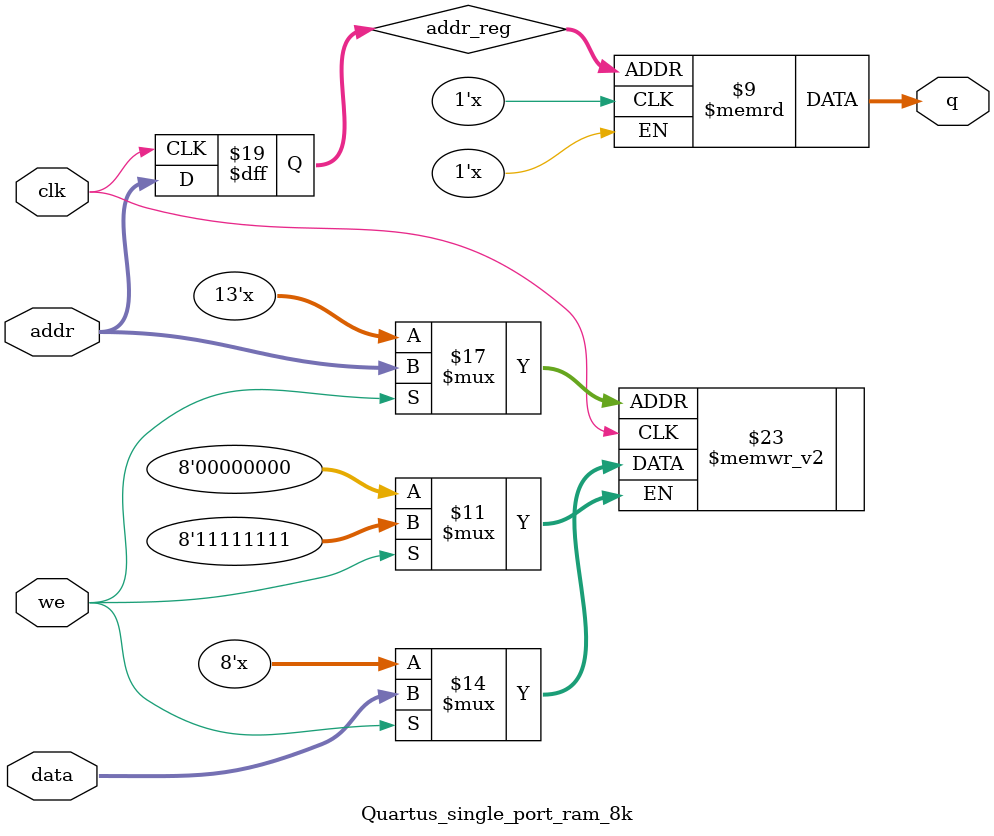
<source format=v>
`timescale 1ns / 1ns

module Quartus_single_port_ram_8k
#(parameter DATA_WIDTH=8, parameter ADDR_WIDTH=13)
(
	input [(DATA_WIDTH-1):0] data,
	input [(ADDR_WIDTH-1):0] addr,
	input we, clk,
	output [(DATA_WIDTH-1):0] q
);

	// Declare the RAM variable
	reg [DATA_WIDTH-1:0] ram[2**ADDR_WIDTH-1:0];

	// Variable to hold the registered read address
	reg [ADDR_WIDTH-1:0] addr_reg;

	always @ (posedge clk)
	begin
		// Write
		if (we)
			ram[addr] <= data;

		addr_reg <= addr;
	end

	// Continuous assignment implies read returns NEW data.
	// This is the natural behavior of the TriMatrix memory
	// blocks in Single Port mode.  
	assign q = ram[addr_reg];

endmodule

</source>
